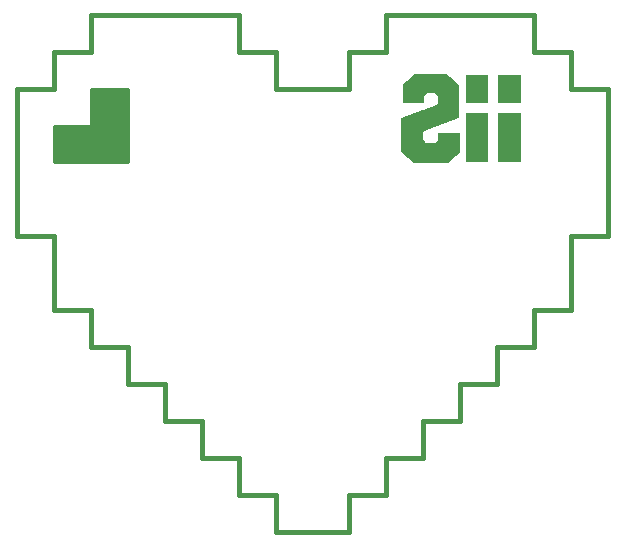
<source format=gbo>
G75*
%MOIN*%
%OFA0B0*%
%FSLAX25Y25*%
%IPPOS*%
%LPD*%
%AMOC8*
5,1,8,0,0,1.08239X$1,22.5*
%
%ADD10C,0.01600*%
%ADD11C,0.00100*%
%ADD12C,0.01000*%
D10*
X0075619Y0051013D02*
X0075619Y0063316D01*
X0063316Y0063316D01*
X0063316Y0075619D01*
X0051013Y0075619D01*
X0051013Y0087922D01*
X0038709Y0087922D01*
X0038709Y0112528D01*
X0026406Y0112528D01*
X0026406Y0161741D01*
X0038709Y0161741D01*
X0038709Y0174044D01*
X0051013Y0174044D01*
X0051013Y0186347D01*
X0100225Y0186347D01*
X0100225Y0174044D01*
X0112528Y0174044D01*
X0112528Y0161741D01*
X0137135Y0161741D01*
X0137135Y0174044D01*
X0149438Y0174044D01*
X0149438Y0186347D01*
X0198650Y0186347D01*
X0198650Y0174044D01*
X0210954Y0174044D01*
X0210954Y0161741D01*
X0223257Y0161741D01*
X0223257Y0112528D01*
X0210954Y0112528D01*
X0210954Y0087922D01*
X0198650Y0087922D01*
X0198650Y0075619D01*
X0186347Y0075619D01*
X0186347Y0063316D01*
X0174044Y0063316D01*
X0174044Y0051013D01*
X0161741Y0051013D01*
X0161741Y0038709D01*
X0149438Y0038709D01*
X0149438Y0026406D01*
X0137135Y0026406D01*
X0137135Y0014103D01*
X0112528Y0014103D01*
X0112528Y0026406D01*
X0100225Y0026406D01*
X0100225Y0038709D01*
X0087922Y0038709D01*
X0087922Y0051013D01*
X0075619Y0051013D01*
D11*
X0154475Y0140837D02*
X0158647Y0137148D01*
X0169551Y0137148D01*
X0173623Y0140773D01*
X0173623Y0146421D01*
X0173604Y0146694D01*
X0173586Y0146840D01*
X0166681Y0146840D01*
X0166681Y0144745D01*
X0165616Y0143515D01*
X0162427Y0143515D01*
X0161453Y0144572D01*
X0161453Y0147596D01*
X0162746Y0148388D01*
X0165242Y0149372D01*
X0168913Y0150766D01*
X0173213Y0152451D01*
X0173213Y0162991D01*
X0169214Y0166598D01*
X0158793Y0166598D01*
X0154839Y0163036D01*
X0154839Y0157744D01*
X0154858Y0157489D01*
X0154876Y0157325D01*
X0161580Y0157325D01*
X0161580Y0159456D01*
X0162619Y0160540D01*
X0165534Y0160540D01*
X0166517Y0159538D01*
X0166517Y0156714D01*
X0165297Y0155976D01*
X0162500Y0154974D01*
X0173213Y0154974D01*
X0173213Y0154876D02*
X0162225Y0154876D01*
X0161951Y0154777D02*
X0173213Y0154777D01*
X0173213Y0154679D02*
X0161677Y0154679D01*
X0161402Y0154580D02*
X0173213Y0154580D01*
X0173213Y0154482D02*
X0161128Y0154482D01*
X0160854Y0154383D02*
X0173213Y0154383D01*
X0173213Y0154285D02*
X0160579Y0154285D01*
X0160305Y0154186D02*
X0173213Y0154186D01*
X0173213Y0154088D02*
X0160030Y0154088D01*
X0159756Y0153989D02*
X0173213Y0153989D01*
X0173213Y0153891D02*
X0159482Y0153891D01*
X0159207Y0153792D02*
X0173213Y0153792D01*
X0173213Y0153694D02*
X0158933Y0153694D01*
X0158720Y0153617D02*
X0162500Y0154974D01*
X0162775Y0155073D02*
X0173213Y0155073D01*
X0173213Y0155171D02*
X0163050Y0155171D01*
X0163325Y0155270D02*
X0173213Y0155270D01*
X0173213Y0155368D02*
X0163600Y0155368D01*
X0163874Y0155467D02*
X0173213Y0155467D01*
X0173213Y0155565D02*
X0164149Y0155565D01*
X0164424Y0155664D02*
X0173213Y0155664D01*
X0173213Y0155762D02*
X0164699Y0155762D01*
X0164974Y0155861D02*
X0173213Y0155861D01*
X0173213Y0155959D02*
X0165249Y0155959D01*
X0165431Y0156058D02*
X0173213Y0156058D01*
X0173213Y0156156D02*
X0165594Y0156156D01*
X0165757Y0156255D02*
X0173213Y0156255D01*
X0173213Y0156353D02*
X0165920Y0156353D01*
X0166083Y0156452D02*
X0173213Y0156452D01*
X0173213Y0156551D02*
X0166246Y0156551D01*
X0166409Y0156649D02*
X0173213Y0156649D01*
X0173213Y0156748D02*
X0166517Y0156748D01*
X0166517Y0156846D02*
X0173213Y0156846D01*
X0173213Y0156945D02*
X0166517Y0156945D01*
X0166517Y0157043D02*
X0173213Y0157043D01*
X0173213Y0157142D02*
X0166517Y0157142D01*
X0166517Y0157240D02*
X0173213Y0157240D01*
X0173213Y0157339D02*
X0166517Y0157339D01*
X0166517Y0157437D02*
X0173213Y0157437D01*
X0173213Y0157536D02*
X0166517Y0157536D01*
X0166517Y0157634D02*
X0173213Y0157634D01*
X0173213Y0157733D02*
X0166517Y0157733D01*
X0166517Y0157831D02*
X0173213Y0157831D01*
X0173213Y0157930D02*
X0166517Y0157930D01*
X0166517Y0158028D02*
X0173213Y0158028D01*
X0173213Y0158127D02*
X0166517Y0158127D01*
X0166517Y0158225D02*
X0173213Y0158225D01*
X0173213Y0158324D02*
X0166517Y0158324D01*
X0166517Y0158422D02*
X0173213Y0158422D01*
X0173213Y0158521D02*
X0166517Y0158521D01*
X0166517Y0158619D02*
X0173213Y0158619D01*
X0173213Y0158718D02*
X0166517Y0158718D01*
X0166517Y0158816D02*
X0173213Y0158816D01*
X0173213Y0158915D02*
X0166517Y0158915D01*
X0166517Y0159013D02*
X0173213Y0159013D01*
X0173213Y0159112D02*
X0166517Y0159112D01*
X0166517Y0159210D02*
X0173213Y0159210D01*
X0173213Y0159309D02*
X0166517Y0159309D01*
X0166517Y0159407D02*
X0173213Y0159407D01*
X0173213Y0159506D02*
X0166517Y0159506D01*
X0166452Y0159604D02*
X0173213Y0159604D01*
X0173213Y0159703D02*
X0166356Y0159703D01*
X0166259Y0159801D02*
X0173213Y0159801D01*
X0173213Y0159900D02*
X0166162Y0159900D01*
X0166065Y0159998D02*
X0173213Y0159998D01*
X0173213Y0160097D02*
X0165969Y0160097D01*
X0165872Y0160195D02*
X0173213Y0160195D01*
X0173213Y0160294D02*
X0165775Y0160294D01*
X0165679Y0160392D02*
X0173213Y0160392D01*
X0173213Y0160491D02*
X0165582Y0160491D01*
X0162571Y0160491D02*
X0154839Y0160491D01*
X0154839Y0160589D02*
X0173213Y0160589D01*
X0173213Y0160688D02*
X0154839Y0160688D01*
X0154839Y0160787D02*
X0173213Y0160787D01*
X0173213Y0160885D02*
X0154839Y0160885D01*
X0154839Y0160984D02*
X0173213Y0160984D01*
X0173213Y0161082D02*
X0154839Y0161082D01*
X0154839Y0161181D02*
X0173213Y0161181D01*
X0173213Y0161279D02*
X0154839Y0161279D01*
X0154839Y0161378D02*
X0173213Y0161378D01*
X0173213Y0161476D02*
X0154839Y0161476D01*
X0154839Y0161575D02*
X0173213Y0161575D01*
X0173213Y0161673D02*
X0154839Y0161673D01*
X0154839Y0161772D02*
X0173213Y0161772D01*
X0173213Y0161870D02*
X0154839Y0161870D01*
X0154839Y0161969D02*
X0173213Y0161969D01*
X0173213Y0162067D02*
X0154839Y0162067D01*
X0154839Y0162166D02*
X0173213Y0162166D01*
X0173213Y0162264D02*
X0154839Y0162264D01*
X0154839Y0162363D02*
X0173213Y0162363D01*
X0173213Y0162461D02*
X0154839Y0162461D01*
X0154839Y0162560D02*
X0173213Y0162560D01*
X0173213Y0162658D02*
X0154839Y0162658D01*
X0154839Y0162757D02*
X0173213Y0162757D01*
X0173213Y0162855D02*
X0154839Y0162855D01*
X0154839Y0162954D02*
X0173213Y0162954D01*
X0173144Y0163052D02*
X0154857Y0163052D01*
X0154967Y0163151D02*
X0173035Y0163151D01*
X0172926Y0163249D02*
X0155076Y0163249D01*
X0155185Y0163348D02*
X0172817Y0163348D01*
X0172707Y0163446D02*
X0155295Y0163446D01*
X0155404Y0163545D02*
X0172598Y0163545D01*
X0172489Y0163643D02*
X0155513Y0163643D01*
X0155623Y0163742D02*
X0172380Y0163742D01*
X0172271Y0163840D02*
X0155732Y0163840D01*
X0155841Y0163939D02*
X0172161Y0163939D01*
X0172052Y0164037D02*
X0155951Y0164037D01*
X0156060Y0164136D02*
X0171943Y0164136D01*
X0171834Y0164234D02*
X0156169Y0164234D01*
X0156279Y0164333D02*
X0171725Y0164333D01*
X0171615Y0164431D02*
X0156388Y0164431D01*
X0156497Y0164530D02*
X0171506Y0164530D01*
X0171397Y0164628D02*
X0156607Y0164628D01*
X0156716Y0164727D02*
X0171288Y0164727D01*
X0171178Y0164825D02*
X0156825Y0164825D01*
X0156935Y0164924D02*
X0171069Y0164924D01*
X0170960Y0165022D02*
X0157044Y0165022D01*
X0157153Y0165121D02*
X0170851Y0165121D01*
X0170742Y0165220D02*
X0157263Y0165220D01*
X0157372Y0165318D02*
X0170632Y0165318D01*
X0170523Y0165417D02*
X0157481Y0165417D01*
X0157591Y0165515D02*
X0170414Y0165515D01*
X0170305Y0165614D02*
X0157700Y0165614D01*
X0157810Y0165712D02*
X0170196Y0165712D01*
X0170086Y0165811D02*
X0157919Y0165811D01*
X0158028Y0165909D02*
X0169977Y0165909D01*
X0169868Y0166008D02*
X0158138Y0166008D01*
X0158247Y0166106D02*
X0169759Y0166106D01*
X0169650Y0166205D02*
X0158356Y0166205D01*
X0158466Y0166303D02*
X0169540Y0166303D01*
X0169431Y0166402D02*
X0158575Y0166402D01*
X0158684Y0166500D02*
X0169322Y0166500D01*
X0175809Y0166352D02*
X0183023Y0166352D01*
X0183023Y0157316D01*
X0175809Y0157316D01*
X0175809Y0166352D01*
X0175809Y0166303D02*
X0183023Y0166303D01*
X0183023Y0166205D02*
X0175809Y0166205D01*
X0175809Y0166106D02*
X0183023Y0166106D01*
X0183023Y0166008D02*
X0175809Y0166008D01*
X0175809Y0165909D02*
X0183023Y0165909D01*
X0183023Y0165811D02*
X0175809Y0165811D01*
X0175809Y0165712D02*
X0183023Y0165712D01*
X0183023Y0165614D02*
X0175809Y0165614D01*
X0175809Y0165515D02*
X0183023Y0165515D01*
X0183023Y0165417D02*
X0175809Y0165417D01*
X0175809Y0165318D02*
X0183023Y0165318D01*
X0183023Y0165220D02*
X0175809Y0165220D01*
X0175809Y0165121D02*
X0183023Y0165121D01*
X0183023Y0165022D02*
X0175809Y0165022D01*
X0175809Y0164924D02*
X0183023Y0164924D01*
X0183023Y0164825D02*
X0175809Y0164825D01*
X0175809Y0164727D02*
X0183023Y0164727D01*
X0183023Y0164628D02*
X0175809Y0164628D01*
X0175809Y0164530D02*
X0183023Y0164530D01*
X0183023Y0164431D02*
X0175809Y0164431D01*
X0175809Y0164333D02*
X0183023Y0164333D01*
X0183023Y0164234D02*
X0175809Y0164234D01*
X0175809Y0164136D02*
X0183023Y0164136D01*
X0183023Y0164037D02*
X0175809Y0164037D01*
X0175809Y0163939D02*
X0183023Y0163939D01*
X0183023Y0163840D02*
X0175809Y0163840D01*
X0175809Y0163742D02*
X0183023Y0163742D01*
X0183023Y0163643D02*
X0175809Y0163643D01*
X0175809Y0163545D02*
X0183023Y0163545D01*
X0183023Y0163446D02*
X0175809Y0163446D01*
X0175809Y0163348D02*
X0183023Y0163348D01*
X0183023Y0163249D02*
X0175809Y0163249D01*
X0175809Y0163151D02*
X0183023Y0163151D01*
X0183023Y0163052D02*
X0175809Y0163052D01*
X0175809Y0162954D02*
X0183023Y0162954D01*
X0183023Y0162855D02*
X0175809Y0162855D01*
X0175809Y0162757D02*
X0183023Y0162757D01*
X0183023Y0162658D02*
X0175809Y0162658D01*
X0175809Y0162560D02*
X0183023Y0162560D01*
X0183023Y0162461D02*
X0175809Y0162461D01*
X0175809Y0162363D02*
X0183023Y0162363D01*
X0183023Y0162264D02*
X0175809Y0162264D01*
X0175809Y0162166D02*
X0183023Y0162166D01*
X0183023Y0162067D02*
X0175809Y0162067D01*
X0175809Y0161969D02*
X0183023Y0161969D01*
X0183023Y0161870D02*
X0175809Y0161870D01*
X0175809Y0161772D02*
X0183023Y0161772D01*
X0183023Y0161673D02*
X0175809Y0161673D01*
X0175809Y0161575D02*
X0183023Y0161575D01*
X0183023Y0161476D02*
X0175809Y0161476D01*
X0175809Y0161378D02*
X0183023Y0161378D01*
X0183023Y0161279D02*
X0175809Y0161279D01*
X0175809Y0161181D02*
X0183023Y0161181D01*
X0183023Y0161082D02*
X0175809Y0161082D01*
X0175809Y0160984D02*
X0183023Y0160984D01*
X0183023Y0160885D02*
X0175809Y0160885D01*
X0175809Y0160787D02*
X0183023Y0160787D01*
X0183023Y0160688D02*
X0175809Y0160688D01*
X0175809Y0160589D02*
X0183023Y0160589D01*
X0183023Y0160491D02*
X0175809Y0160491D01*
X0175809Y0160392D02*
X0183023Y0160392D01*
X0183023Y0160294D02*
X0175809Y0160294D01*
X0175809Y0160195D02*
X0183023Y0160195D01*
X0183023Y0160097D02*
X0175809Y0160097D01*
X0175809Y0159998D02*
X0183023Y0159998D01*
X0183023Y0159900D02*
X0175809Y0159900D01*
X0175809Y0159801D02*
X0183023Y0159801D01*
X0183023Y0159703D02*
X0175809Y0159703D01*
X0175809Y0159604D02*
X0183023Y0159604D01*
X0183023Y0159506D02*
X0175809Y0159506D01*
X0175809Y0159407D02*
X0183023Y0159407D01*
X0183023Y0159309D02*
X0175809Y0159309D01*
X0175809Y0159210D02*
X0183023Y0159210D01*
X0183023Y0159112D02*
X0175809Y0159112D01*
X0175809Y0159013D02*
X0183023Y0159013D01*
X0183023Y0158915D02*
X0175809Y0158915D01*
X0175809Y0158816D02*
X0183023Y0158816D01*
X0183023Y0158718D02*
X0175809Y0158718D01*
X0175809Y0158619D02*
X0183023Y0158619D01*
X0183023Y0158521D02*
X0175809Y0158521D01*
X0175809Y0158422D02*
X0183023Y0158422D01*
X0183023Y0158324D02*
X0175809Y0158324D01*
X0175809Y0158225D02*
X0183023Y0158225D01*
X0183023Y0158127D02*
X0175809Y0158127D01*
X0175809Y0158028D02*
X0183023Y0158028D01*
X0183023Y0157930D02*
X0175809Y0157930D01*
X0175809Y0157831D02*
X0183023Y0157831D01*
X0183023Y0157733D02*
X0175809Y0157733D01*
X0175809Y0157634D02*
X0183023Y0157634D01*
X0183023Y0157536D02*
X0175809Y0157536D01*
X0175809Y0157437D02*
X0183023Y0157437D01*
X0183023Y0157339D02*
X0175809Y0157339D01*
X0175809Y0153708D02*
X0183023Y0153708D01*
X0183023Y0137457D01*
X0175809Y0137457D01*
X0175809Y0153708D01*
X0175809Y0153694D02*
X0183023Y0153694D01*
X0183023Y0153595D02*
X0175809Y0153595D01*
X0175809Y0153497D02*
X0183023Y0153497D01*
X0183023Y0153398D02*
X0175809Y0153398D01*
X0175809Y0153300D02*
X0183023Y0153300D01*
X0183023Y0153201D02*
X0175809Y0153201D01*
X0175809Y0153103D02*
X0183023Y0153103D01*
X0183023Y0153004D02*
X0175809Y0153004D01*
X0175809Y0152906D02*
X0183023Y0152906D01*
X0183023Y0152807D02*
X0175809Y0152807D01*
X0175809Y0152709D02*
X0183023Y0152709D01*
X0183023Y0152610D02*
X0175809Y0152610D01*
X0175809Y0152512D02*
X0183023Y0152512D01*
X0183023Y0152413D02*
X0175809Y0152413D01*
X0175809Y0152315D02*
X0183023Y0152315D01*
X0183023Y0152216D02*
X0175809Y0152216D01*
X0175809Y0152118D02*
X0183023Y0152118D01*
X0183023Y0152019D02*
X0175809Y0152019D01*
X0175809Y0151920D02*
X0183023Y0151920D01*
X0183023Y0151822D02*
X0175809Y0151822D01*
X0175809Y0151723D02*
X0183023Y0151723D01*
X0183023Y0151625D02*
X0175809Y0151625D01*
X0175809Y0151526D02*
X0183023Y0151526D01*
X0183023Y0151428D02*
X0175809Y0151428D01*
X0175809Y0151329D02*
X0183023Y0151329D01*
X0183023Y0151231D02*
X0175809Y0151231D01*
X0175809Y0151132D02*
X0183023Y0151132D01*
X0183023Y0151034D02*
X0175809Y0151034D01*
X0175809Y0150935D02*
X0183023Y0150935D01*
X0183023Y0150837D02*
X0175809Y0150837D01*
X0175809Y0150738D02*
X0183023Y0150738D01*
X0183023Y0150640D02*
X0175809Y0150640D01*
X0175809Y0150541D02*
X0183023Y0150541D01*
X0183023Y0150443D02*
X0175809Y0150443D01*
X0175809Y0150344D02*
X0183023Y0150344D01*
X0183023Y0150246D02*
X0175809Y0150246D01*
X0175809Y0150147D02*
X0183023Y0150147D01*
X0183023Y0150049D02*
X0175809Y0150049D01*
X0175809Y0149950D02*
X0183023Y0149950D01*
X0183023Y0149852D02*
X0175809Y0149852D01*
X0175809Y0149753D02*
X0183023Y0149753D01*
X0183023Y0149655D02*
X0175809Y0149655D01*
X0175809Y0149556D02*
X0183023Y0149556D01*
X0183023Y0149458D02*
X0175809Y0149458D01*
X0175809Y0149359D02*
X0183023Y0149359D01*
X0183023Y0149261D02*
X0175809Y0149261D01*
X0175809Y0149162D02*
X0183023Y0149162D01*
X0183023Y0149064D02*
X0175809Y0149064D01*
X0175809Y0148965D02*
X0183023Y0148965D01*
X0183023Y0148867D02*
X0175809Y0148867D01*
X0175809Y0148768D02*
X0183023Y0148768D01*
X0183023Y0148670D02*
X0175809Y0148670D01*
X0175809Y0148571D02*
X0183023Y0148571D01*
X0183023Y0148473D02*
X0175809Y0148473D01*
X0175809Y0148374D02*
X0183023Y0148374D01*
X0183023Y0148276D02*
X0175809Y0148276D01*
X0175809Y0148177D02*
X0183023Y0148177D01*
X0183023Y0148079D02*
X0175809Y0148079D01*
X0175809Y0147980D02*
X0183023Y0147980D01*
X0183023Y0147882D02*
X0175809Y0147882D01*
X0175809Y0147783D02*
X0183023Y0147783D01*
X0183023Y0147684D02*
X0175809Y0147684D01*
X0175809Y0147586D02*
X0183023Y0147586D01*
X0183023Y0147487D02*
X0175809Y0147487D01*
X0175809Y0147389D02*
X0183023Y0147389D01*
X0183023Y0147290D02*
X0175809Y0147290D01*
X0175809Y0147192D02*
X0183023Y0147192D01*
X0183023Y0147093D02*
X0175809Y0147093D01*
X0175809Y0146995D02*
X0183023Y0146995D01*
X0183023Y0146896D02*
X0175809Y0146896D01*
X0175809Y0146798D02*
X0183023Y0146798D01*
X0183023Y0146699D02*
X0175809Y0146699D01*
X0175809Y0146601D02*
X0183023Y0146601D01*
X0183023Y0146502D02*
X0175809Y0146502D01*
X0175809Y0146404D02*
X0183023Y0146404D01*
X0183023Y0146305D02*
X0175809Y0146305D01*
X0175809Y0146207D02*
X0183023Y0146207D01*
X0183023Y0146108D02*
X0175809Y0146108D01*
X0175809Y0146010D02*
X0183023Y0146010D01*
X0183023Y0145911D02*
X0175809Y0145911D01*
X0175809Y0145813D02*
X0183023Y0145813D01*
X0183023Y0145714D02*
X0175809Y0145714D01*
X0175809Y0145616D02*
X0183023Y0145616D01*
X0183023Y0145517D02*
X0175809Y0145517D01*
X0175809Y0145419D02*
X0183023Y0145419D01*
X0183023Y0145320D02*
X0175809Y0145320D01*
X0175809Y0145222D02*
X0183023Y0145222D01*
X0183023Y0145123D02*
X0175809Y0145123D01*
X0175809Y0145025D02*
X0183023Y0145025D01*
X0183023Y0144926D02*
X0175809Y0144926D01*
X0175809Y0144828D02*
X0183023Y0144828D01*
X0183023Y0144729D02*
X0175809Y0144729D01*
X0175809Y0144631D02*
X0183023Y0144631D01*
X0183023Y0144532D02*
X0175809Y0144532D01*
X0175809Y0144434D02*
X0183023Y0144434D01*
X0183023Y0144335D02*
X0175809Y0144335D01*
X0175809Y0144237D02*
X0183023Y0144237D01*
X0183023Y0144138D02*
X0175809Y0144138D01*
X0175809Y0144040D02*
X0183023Y0144040D01*
X0183023Y0143941D02*
X0175809Y0143941D01*
X0175809Y0143843D02*
X0183023Y0143843D01*
X0183023Y0143744D02*
X0175809Y0143744D01*
X0175809Y0143646D02*
X0183023Y0143646D01*
X0183023Y0143547D02*
X0175809Y0143547D01*
X0175809Y0143449D02*
X0183023Y0143449D01*
X0183023Y0143350D02*
X0175809Y0143350D01*
X0175809Y0143251D02*
X0183023Y0143251D01*
X0183023Y0143153D02*
X0175809Y0143153D01*
X0175809Y0143054D02*
X0183023Y0143054D01*
X0183023Y0142956D02*
X0175809Y0142956D01*
X0175809Y0142857D02*
X0183023Y0142857D01*
X0183023Y0142759D02*
X0175809Y0142759D01*
X0175809Y0142660D02*
X0183023Y0142660D01*
X0183023Y0142562D02*
X0175809Y0142562D01*
X0175809Y0142463D02*
X0183023Y0142463D01*
X0183023Y0142365D02*
X0175809Y0142365D01*
X0175809Y0142266D02*
X0183023Y0142266D01*
X0183023Y0142168D02*
X0175809Y0142168D01*
X0175809Y0142069D02*
X0183023Y0142069D01*
X0183023Y0141971D02*
X0175809Y0141971D01*
X0175809Y0141872D02*
X0183023Y0141872D01*
X0183023Y0141774D02*
X0175809Y0141774D01*
X0175809Y0141675D02*
X0183023Y0141675D01*
X0183023Y0141577D02*
X0175809Y0141577D01*
X0175809Y0141478D02*
X0183023Y0141478D01*
X0183023Y0141380D02*
X0175809Y0141380D01*
X0175809Y0141281D02*
X0183023Y0141281D01*
X0183023Y0141183D02*
X0175809Y0141183D01*
X0175809Y0141084D02*
X0183023Y0141084D01*
X0183023Y0140986D02*
X0175809Y0140986D01*
X0175809Y0140887D02*
X0183023Y0140887D01*
X0183023Y0140789D02*
X0175809Y0140789D01*
X0175809Y0140690D02*
X0183023Y0140690D01*
X0183023Y0140592D02*
X0175809Y0140592D01*
X0175809Y0140493D02*
X0183023Y0140493D01*
X0183023Y0140395D02*
X0175809Y0140395D01*
X0175809Y0140296D02*
X0183023Y0140296D01*
X0183023Y0140198D02*
X0175809Y0140198D01*
X0175809Y0140099D02*
X0183023Y0140099D01*
X0183023Y0140001D02*
X0175809Y0140001D01*
X0175809Y0139902D02*
X0183023Y0139902D01*
X0183023Y0139804D02*
X0175809Y0139804D01*
X0175809Y0139705D02*
X0183023Y0139705D01*
X0183023Y0139607D02*
X0175809Y0139607D01*
X0175809Y0139508D02*
X0183023Y0139508D01*
X0183023Y0139410D02*
X0175809Y0139410D01*
X0175809Y0139311D02*
X0183023Y0139311D01*
X0183023Y0139213D02*
X0175809Y0139213D01*
X0175809Y0139114D02*
X0183023Y0139114D01*
X0183023Y0139016D02*
X0175809Y0139016D01*
X0175809Y0138917D02*
X0183023Y0138917D01*
X0183023Y0138818D02*
X0175809Y0138818D01*
X0175809Y0138720D02*
X0183023Y0138720D01*
X0183023Y0138621D02*
X0175809Y0138621D01*
X0175809Y0138523D02*
X0183023Y0138523D01*
X0183023Y0138424D02*
X0175809Y0138424D01*
X0175809Y0138326D02*
X0183023Y0138326D01*
X0183023Y0138227D02*
X0175809Y0138227D01*
X0175809Y0138129D02*
X0183023Y0138129D01*
X0183023Y0138030D02*
X0175809Y0138030D01*
X0175809Y0137932D02*
X0183023Y0137932D01*
X0183023Y0137833D02*
X0175809Y0137833D01*
X0175809Y0137735D02*
X0183023Y0137735D01*
X0183023Y0137636D02*
X0175809Y0137636D01*
X0175809Y0137538D02*
X0183023Y0137538D01*
X0186630Y0137538D02*
X0193845Y0137538D01*
X0193845Y0137457D02*
X0193845Y0153708D01*
X0186630Y0153708D01*
X0186630Y0137457D01*
X0193845Y0137457D01*
X0193845Y0137636D02*
X0186630Y0137636D01*
X0186630Y0137735D02*
X0193845Y0137735D01*
X0193845Y0137833D02*
X0186630Y0137833D01*
X0186630Y0137932D02*
X0193845Y0137932D01*
X0193845Y0138030D02*
X0186630Y0138030D01*
X0186630Y0138129D02*
X0193845Y0138129D01*
X0193845Y0138227D02*
X0186630Y0138227D01*
X0186630Y0138326D02*
X0193845Y0138326D01*
X0193845Y0138424D02*
X0186630Y0138424D01*
X0186630Y0138523D02*
X0193845Y0138523D01*
X0193845Y0138621D02*
X0186630Y0138621D01*
X0186630Y0138720D02*
X0193845Y0138720D01*
X0193845Y0138818D02*
X0186630Y0138818D01*
X0186630Y0138917D02*
X0193845Y0138917D01*
X0193845Y0139016D02*
X0186630Y0139016D01*
X0186630Y0139114D02*
X0193845Y0139114D01*
X0193845Y0139213D02*
X0186630Y0139213D01*
X0186630Y0139311D02*
X0193845Y0139311D01*
X0193845Y0139410D02*
X0186630Y0139410D01*
X0186630Y0139508D02*
X0193845Y0139508D01*
X0193845Y0139607D02*
X0186630Y0139607D01*
X0186630Y0139705D02*
X0193845Y0139705D01*
X0193845Y0139804D02*
X0186630Y0139804D01*
X0186630Y0139902D02*
X0193845Y0139902D01*
X0193845Y0140001D02*
X0186630Y0140001D01*
X0186630Y0140099D02*
X0193845Y0140099D01*
X0193845Y0140198D02*
X0186630Y0140198D01*
X0186630Y0140296D02*
X0193845Y0140296D01*
X0193845Y0140395D02*
X0186630Y0140395D01*
X0186630Y0140493D02*
X0193845Y0140493D01*
X0193845Y0140592D02*
X0186630Y0140592D01*
X0186630Y0140690D02*
X0193845Y0140690D01*
X0193845Y0140789D02*
X0186630Y0140789D01*
X0186630Y0140887D02*
X0193845Y0140887D01*
X0193845Y0140986D02*
X0186630Y0140986D01*
X0186630Y0141084D02*
X0193845Y0141084D01*
X0193845Y0141183D02*
X0186630Y0141183D01*
X0186630Y0141281D02*
X0193845Y0141281D01*
X0193845Y0141380D02*
X0186630Y0141380D01*
X0186630Y0141478D02*
X0193845Y0141478D01*
X0193845Y0141577D02*
X0186630Y0141577D01*
X0186630Y0141675D02*
X0193845Y0141675D01*
X0193845Y0141774D02*
X0186630Y0141774D01*
X0186630Y0141872D02*
X0193845Y0141872D01*
X0193845Y0141971D02*
X0186630Y0141971D01*
X0186630Y0142069D02*
X0193845Y0142069D01*
X0193845Y0142168D02*
X0186630Y0142168D01*
X0186630Y0142266D02*
X0193845Y0142266D01*
X0193845Y0142365D02*
X0186630Y0142365D01*
X0186630Y0142463D02*
X0193845Y0142463D01*
X0193845Y0142562D02*
X0186630Y0142562D01*
X0186630Y0142660D02*
X0193845Y0142660D01*
X0193845Y0142759D02*
X0186630Y0142759D01*
X0186630Y0142857D02*
X0193845Y0142857D01*
X0193845Y0142956D02*
X0186630Y0142956D01*
X0186630Y0143054D02*
X0193845Y0143054D01*
X0193845Y0143153D02*
X0186630Y0143153D01*
X0186630Y0143251D02*
X0193845Y0143251D01*
X0193845Y0143350D02*
X0186630Y0143350D01*
X0186630Y0143449D02*
X0193845Y0143449D01*
X0193845Y0143547D02*
X0186630Y0143547D01*
X0186630Y0143646D02*
X0193845Y0143646D01*
X0193845Y0143744D02*
X0186630Y0143744D01*
X0186630Y0143843D02*
X0193845Y0143843D01*
X0193845Y0143941D02*
X0186630Y0143941D01*
X0186630Y0144040D02*
X0193845Y0144040D01*
X0193845Y0144138D02*
X0186630Y0144138D01*
X0186630Y0144237D02*
X0193845Y0144237D01*
X0193845Y0144335D02*
X0186630Y0144335D01*
X0186630Y0144434D02*
X0193845Y0144434D01*
X0193845Y0144532D02*
X0186630Y0144532D01*
X0186630Y0144631D02*
X0193845Y0144631D01*
X0193845Y0144729D02*
X0186630Y0144729D01*
X0186630Y0144828D02*
X0193845Y0144828D01*
X0193845Y0144926D02*
X0186630Y0144926D01*
X0186630Y0145025D02*
X0193845Y0145025D01*
X0193845Y0145123D02*
X0186630Y0145123D01*
X0186630Y0145222D02*
X0193845Y0145222D01*
X0193845Y0145320D02*
X0186630Y0145320D01*
X0186630Y0145419D02*
X0193845Y0145419D01*
X0193845Y0145517D02*
X0186630Y0145517D01*
X0186630Y0145616D02*
X0193845Y0145616D01*
X0193845Y0145714D02*
X0186630Y0145714D01*
X0186630Y0145813D02*
X0193845Y0145813D01*
X0193845Y0145911D02*
X0186630Y0145911D01*
X0186630Y0146010D02*
X0193845Y0146010D01*
X0193845Y0146108D02*
X0186630Y0146108D01*
X0186630Y0146207D02*
X0193845Y0146207D01*
X0193845Y0146305D02*
X0186630Y0146305D01*
X0186630Y0146404D02*
X0193845Y0146404D01*
X0193845Y0146502D02*
X0186630Y0146502D01*
X0186630Y0146601D02*
X0193845Y0146601D01*
X0193845Y0146699D02*
X0186630Y0146699D01*
X0186630Y0146798D02*
X0193845Y0146798D01*
X0193845Y0146896D02*
X0186630Y0146896D01*
X0186630Y0146995D02*
X0193845Y0146995D01*
X0193845Y0147093D02*
X0186630Y0147093D01*
X0186630Y0147192D02*
X0193845Y0147192D01*
X0193845Y0147290D02*
X0186630Y0147290D01*
X0186630Y0147389D02*
X0193845Y0147389D01*
X0193845Y0147487D02*
X0186630Y0147487D01*
X0186630Y0147586D02*
X0193845Y0147586D01*
X0193845Y0147684D02*
X0186630Y0147684D01*
X0186630Y0147783D02*
X0193845Y0147783D01*
X0193845Y0147882D02*
X0186630Y0147882D01*
X0186630Y0147980D02*
X0193845Y0147980D01*
X0193845Y0148079D02*
X0186630Y0148079D01*
X0186630Y0148177D02*
X0193845Y0148177D01*
X0193845Y0148276D02*
X0186630Y0148276D01*
X0186630Y0148374D02*
X0193845Y0148374D01*
X0193845Y0148473D02*
X0186630Y0148473D01*
X0186630Y0148571D02*
X0193845Y0148571D01*
X0193845Y0148670D02*
X0186630Y0148670D01*
X0186630Y0148768D02*
X0193845Y0148768D01*
X0193845Y0148867D02*
X0186630Y0148867D01*
X0186630Y0148965D02*
X0193845Y0148965D01*
X0193845Y0149064D02*
X0186630Y0149064D01*
X0186630Y0149162D02*
X0193845Y0149162D01*
X0193845Y0149261D02*
X0186630Y0149261D01*
X0186630Y0149359D02*
X0193845Y0149359D01*
X0193845Y0149458D02*
X0186630Y0149458D01*
X0186630Y0149556D02*
X0193845Y0149556D01*
X0193845Y0149655D02*
X0186630Y0149655D01*
X0186630Y0149753D02*
X0193845Y0149753D01*
X0193845Y0149852D02*
X0186630Y0149852D01*
X0186630Y0149950D02*
X0193845Y0149950D01*
X0193845Y0150049D02*
X0186630Y0150049D01*
X0186630Y0150147D02*
X0193845Y0150147D01*
X0193845Y0150246D02*
X0186630Y0150246D01*
X0186630Y0150344D02*
X0193845Y0150344D01*
X0193845Y0150443D02*
X0186630Y0150443D01*
X0186630Y0150541D02*
X0193845Y0150541D01*
X0193845Y0150640D02*
X0186630Y0150640D01*
X0186630Y0150738D02*
X0193845Y0150738D01*
X0193845Y0150837D02*
X0186630Y0150837D01*
X0186630Y0150935D02*
X0193845Y0150935D01*
X0193845Y0151034D02*
X0186630Y0151034D01*
X0186630Y0151132D02*
X0193845Y0151132D01*
X0193845Y0151231D02*
X0186630Y0151231D01*
X0186630Y0151329D02*
X0193845Y0151329D01*
X0193845Y0151428D02*
X0186630Y0151428D01*
X0186630Y0151526D02*
X0193845Y0151526D01*
X0193845Y0151625D02*
X0186630Y0151625D01*
X0186630Y0151723D02*
X0193845Y0151723D01*
X0193845Y0151822D02*
X0186630Y0151822D01*
X0186630Y0151920D02*
X0193845Y0151920D01*
X0193845Y0152019D02*
X0186630Y0152019D01*
X0186630Y0152118D02*
X0193845Y0152118D01*
X0193845Y0152216D02*
X0186630Y0152216D01*
X0186630Y0152315D02*
X0193845Y0152315D01*
X0193845Y0152413D02*
X0186630Y0152413D01*
X0186630Y0152512D02*
X0193845Y0152512D01*
X0193845Y0152610D02*
X0186630Y0152610D01*
X0186630Y0152709D02*
X0193845Y0152709D01*
X0193845Y0152807D02*
X0186630Y0152807D01*
X0186630Y0152906D02*
X0193845Y0152906D01*
X0193845Y0153004D02*
X0186630Y0153004D01*
X0186630Y0153103D02*
X0193845Y0153103D01*
X0193845Y0153201D02*
X0186630Y0153201D01*
X0186630Y0153300D02*
X0193845Y0153300D01*
X0193845Y0153398D02*
X0186630Y0153398D01*
X0186630Y0153497D02*
X0193845Y0153497D01*
X0193845Y0153595D02*
X0186630Y0153595D01*
X0186630Y0153694D02*
X0193845Y0153694D01*
X0193845Y0157316D02*
X0193845Y0166352D01*
X0186630Y0166352D01*
X0186630Y0157316D01*
X0193845Y0157316D01*
X0193845Y0157339D02*
X0186630Y0157339D01*
X0186630Y0157437D02*
X0193845Y0157437D01*
X0193845Y0157536D02*
X0186630Y0157536D01*
X0186630Y0157634D02*
X0193845Y0157634D01*
X0193845Y0157733D02*
X0186630Y0157733D01*
X0186630Y0157831D02*
X0193845Y0157831D01*
X0193845Y0157930D02*
X0186630Y0157930D01*
X0186630Y0158028D02*
X0193845Y0158028D01*
X0193845Y0158127D02*
X0186630Y0158127D01*
X0186630Y0158225D02*
X0193845Y0158225D01*
X0193845Y0158324D02*
X0186630Y0158324D01*
X0186630Y0158422D02*
X0193845Y0158422D01*
X0193845Y0158521D02*
X0186630Y0158521D01*
X0186630Y0158619D02*
X0193845Y0158619D01*
X0193845Y0158718D02*
X0186630Y0158718D01*
X0186630Y0158816D02*
X0193845Y0158816D01*
X0193845Y0158915D02*
X0186630Y0158915D01*
X0186630Y0159013D02*
X0193845Y0159013D01*
X0193845Y0159112D02*
X0186630Y0159112D01*
X0186630Y0159210D02*
X0193845Y0159210D01*
X0193845Y0159309D02*
X0186630Y0159309D01*
X0186630Y0159407D02*
X0193845Y0159407D01*
X0193845Y0159506D02*
X0186630Y0159506D01*
X0186630Y0159604D02*
X0193845Y0159604D01*
X0193845Y0159703D02*
X0186630Y0159703D01*
X0186630Y0159801D02*
X0193845Y0159801D01*
X0193845Y0159900D02*
X0186630Y0159900D01*
X0186630Y0159998D02*
X0193845Y0159998D01*
X0193845Y0160097D02*
X0186630Y0160097D01*
X0186630Y0160195D02*
X0193845Y0160195D01*
X0193845Y0160294D02*
X0186630Y0160294D01*
X0186630Y0160392D02*
X0193845Y0160392D01*
X0193845Y0160491D02*
X0186630Y0160491D01*
X0186630Y0160589D02*
X0193845Y0160589D01*
X0193845Y0160688D02*
X0186630Y0160688D01*
X0186630Y0160787D02*
X0193845Y0160787D01*
X0193845Y0160885D02*
X0186630Y0160885D01*
X0186630Y0160984D02*
X0193845Y0160984D01*
X0193845Y0161082D02*
X0186630Y0161082D01*
X0186630Y0161181D02*
X0193845Y0161181D01*
X0193845Y0161279D02*
X0186630Y0161279D01*
X0186630Y0161378D02*
X0193845Y0161378D01*
X0193845Y0161476D02*
X0186630Y0161476D01*
X0186630Y0161575D02*
X0193845Y0161575D01*
X0193845Y0161673D02*
X0186630Y0161673D01*
X0186630Y0161772D02*
X0193845Y0161772D01*
X0193845Y0161870D02*
X0186630Y0161870D01*
X0186630Y0161969D02*
X0193845Y0161969D01*
X0193845Y0162067D02*
X0186630Y0162067D01*
X0186630Y0162166D02*
X0193845Y0162166D01*
X0193845Y0162264D02*
X0186630Y0162264D01*
X0186630Y0162363D02*
X0193845Y0162363D01*
X0193845Y0162461D02*
X0186630Y0162461D01*
X0186630Y0162560D02*
X0193845Y0162560D01*
X0193845Y0162658D02*
X0186630Y0162658D01*
X0186630Y0162757D02*
X0193845Y0162757D01*
X0193845Y0162855D02*
X0186630Y0162855D01*
X0186630Y0162954D02*
X0193845Y0162954D01*
X0193845Y0163052D02*
X0186630Y0163052D01*
X0186630Y0163151D02*
X0193845Y0163151D01*
X0193845Y0163249D02*
X0186630Y0163249D01*
X0186630Y0163348D02*
X0193845Y0163348D01*
X0193845Y0163446D02*
X0186630Y0163446D01*
X0186630Y0163545D02*
X0193845Y0163545D01*
X0193845Y0163643D02*
X0186630Y0163643D01*
X0186630Y0163742D02*
X0193845Y0163742D01*
X0193845Y0163840D02*
X0186630Y0163840D01*
X0186630Y0163939D02*
X0193845Y0163939D01*
X0193845Y0164037D02*
X0186630Y0164037D01*
X0186630Y0164136D02*
X0193845Y0164136D01*
X0193845Y0164234D02*
X0186630Y0164234D01*
X0186630Y0164333D02*
X0193845Y0164333D01*
X0193845Y0164431D02*
X0186630Y0164431D01*
X0186630Y0164530D02*
X0193845Y0164530D01*
X0193845Y0164628D02*
X0186630Y0164628D01*
X0186630Y0164727D02*
X0193845Y0164727D01*
X0193845Y0164825D02*
X0186630Y0164825D01*
X0186630Y0164924D02*
X0193845Y0164924D01*
X0193845Y0165022D02*
X0186630Y0165022D01*
X0186630Y0165121D02*
X0193845Y0165121D01*
X0193845Y0165220D02*
X0186630Y0165220D01*
X0186630Y0165318D02*
X0193845Y0165318D01*
X0193845Y0165417D02*
X0186630Y0165417D01*
X0186630Y0165515D02*
X0193845Y0165515D01*
X0193845Y0165614D02*
X0186630Y0165614D01*
X0186630Y0165712D02*
X0193845Y0165712D01*
X0193845Y0165811D02*
X0186630Y0165811D01*
X0186630Y0165909D02*
X0193845Y0165909D01*
X0193845Y0166008D02*
X0186630Y0166008D01*
X0186630Y0166106D02*
X0193845Y0166106D01*
X0193845Y0166205D02*
X0186630Y0166205D01*
X0186630Y0166303D02*
X0193845Y0166303D01*
X0173213Y0153595D02*
X0158666Y0153595D01*
X0158720Y0153617D02*
X0154475Y0151896D01*
X0154475Y0140837D01*
X0154475Y0140887D02*
X0173623Y0140887D01*
X0173623Y0140789D02*
X0154530Y0140789D01*
X0154641Y0140690D02*
X0173529Y0140690D01*
X0173419Y0140592D02*
X0154752Y0140592D01*
X0154864Y0140493D02*
X0173308Y0140493D01*
X0173197Y0140395D02*
X0154975Y0140395D01*
X0155087Y0140296D02*
X0173087Y0140296D01*
X0172976Y0140198D02*
X0155198Y0140198D01*
X0155309Y0140099D02*
X0172866Y0140099D01*
X0172755Y0140001D02*
X0155421Y0140001D01*
X0155532Y0139902D02*
X0172644Y0139902D01*
X0172534Y0139804D02*
X0155644Y0139804D01*
X0155755Y0139705D02*
X0172423Y0139705D01*
X0172312Y0139607D02*
X0155866Y0139607D01*
X0155978Y0139508D02*
X0172202Y0139508D01*
X0172091Y0139410D02*
X0156089Y0139410D01*
X0156201Y0139311D02*
X0171980Y0139311D01*
X0171870Y0139213D02*
X0156312Y0139213D01*
X0156423Y0139114D02*
X0171759Y0139114D01*
X0171648Y0139016D02*
X0156535Y0139016D01*
X0156646Y0138917D02*
X0171538Y0138917D01*
X0171427Y0138818D02*
X0156758Y0138818D01*
X0156869Y0138720D02*
X0171317Y0138720D01*
X0171206Y0138621D02*
X0156980Y0138621D01*
X0157092Y0138523D02*
X0171095Y0138523D01*
X0170985Y0138424D02*
X0157203Y0138424D01*
X0157315Y0138326D02*
X0170874Y0138326D01*
X0170763Y0138227D02*
X0157426Y0138227D01*
X0157537Y0138129D02*
X0170653Y0138129D01*
X0170542Y0138030D02*
X0157649Y0138030D01*
X0157760Y0137932D02*
X0170431Y0137932D01*
X0170321Y0137833D02*
X0157872Y0137833D01*
X0157983Y0137735D02*
X0170210Y0137735D01*
X0170099Y0137636D02*
X0158094Y0137636D01*
X0158206Y0137538D02*
X0169989Y0137538D01*
X0169878Y0137439D02*
X0158317Y0137439D01*
X0158429Y0137341D02*
X0169768Y0137341D01*
X0169657Y0137242D02*
X0158540Y0137242D01*
X0154475Y0140986D02*
X0173623Y0140986D01*
X0173623Y0141084D02*
X0154475Y0141084D01*
X0154475Y0141183D02*
X0173623Y0141183D01*
X0173623Y0141281D02*
X0154475Y0141281D01*
X0154475Y0141380D02*
X0173623Y0141380D01*
X0173623Y0141478D02*
X0154475Y0141478D01*
X0154475Y0141577D02*
X0173623Y0141577D01*
X0173623Y0141675D02*
X0154475Y0141675D01*
X0154475Y0141774D02*
X0173623Y0141774D01*
X0173623Y0141872D02*
X0154475Y0141872D01*
X0154475Y0141971D02*
X0173623Y0141971D01*
X0173623Y0142069D02*
X0154475Y0142069D01*
X0154475Y0142168D02*
X0173623Y0142168D01*
X0173623Y0142266D02*
X0154475Y0142266D01*
X0154475Y0142365D02*
X0173623Y0142365D01*
X0173623Y0142463D02*
X0154475Y0142463D01*
X0154475Y0142562D02*
X0173623Y0142562D01*
X0173623Y0142660D02*
X0154475Y0142660D01*
X0154475Y0142759D02*
X0173623Y0142759D01*
X0173623Y0142857D02*
X0154475Y0142857D01*
X0154475Y0142956D02*
X0173623Y0142956D01*
X0173623Y0143054D02*
X0154475Y0143054D01*
X0154475Y0143153D02*
X0173623Y0143153D01*
X0173623Y0143251D02*
X0154475Y0143251D01*
X0154475Y0143350D02*
X0173623Y0143350D01*
X0173623Y0143449D02*
X0154475Y0143449D01*
X0154475Y0143547D02*
X0162398Y0143547D01*
X0162307Y0143646D02*
X0154475Y0143646D01*
X0154475Y0143744D02*
X0162216Y0143744D01*
X0162125Y0143843D02*
X0154475Y0143843D01*
X0154475Y0143941D02*
X0162034Y0143941D01*
X0161943Y0144040D02*
X0154475Y0144040D01*
X0154475Y0144138D02*
X0161853Y0144138D01*
X0161762Y0144237D02*
X0154475Y0144237D01*
X0154475Y0144335D02*
X0161671Y0144335D01*
X0161580Y0144434D02*
X0154475Y0144434D01*
X0154475Y0144532D02*
X0161489Y0144532D01*
X0161453Y0144631D02*
X0154475Y0144631D01*
X0154475Y0144729D02*
X0161453Y0144729D01*
X0161453Y0144828D02*
X0154475Y0144828D01*
X0154475Y0144926D02*
X0161453Y0144926D01*
X0161453Y0145025D02*
X0154475Y0145025D01*
X0154475Y0145123D02*
X0161453Y0145123D01*
X0161453Y0145222D02*
X0154475Y0145222D01*
X0154475Y0145320D02*
X0161453Y0145320D01*
X0161453Y0145419D02*
X0154475Y0145419D01*
X0154475Y0145517D02*
X0161453Y0145517D01*
X0161453Y0145616D02*
X0154475Y0145616D01*
X0154475Y0145714D02*
X0161453Y0145714D01*
X0161453Y0145813D02*
X0154475Y0145813D01*
X0154475Y0145911D02*
X0161453Y0145911D01*
X0161453Y0146010D02*
X0154475Y0146010D01*
X0154475Y0146108D02*
X0161453Y0146108D01*
X0161453Y0146207D02*
X0154475Y0146207D01*
X0154475Y0146305D02*
X0161453Y0146305D01*
X0161453Y0146404D02*
X0154475Y0146404D01*
X0154475Y0146502D02*
X0161453Y0146502D01*
X0161453Y0146601D02*
X0154475Y0146601D01*
X0154475Y0146699D02*
X0161453Y0146699D01*
X0161453Y0146798D02*
X0154475Y0146798D01*
X0154475Y0146896D02*
X0161453Y0146896D01*
X0161453Y0146995D02*
X0154475Y0146995D01*
X0154475Y0147093D02*
X0161453Y0147093D01*
X0161453Y0147192D02*
X0154475Y0147192D01*
X0154475Y0147290D02*
X0161453Y0147290D01*
X0161453Y0147389D02*
X0154475Y0147389D01*
X0154475Y0147487D02*
X0161453Y0147487D01*
X0161453Y0147586D02*
X0154475Y0147586D01*
X0154475Y0147684D02*
X0161597Y0147684D01*
X0161758Y0147783D02*
X0154475Y0147783D01*
X0154475Y0147882D02*
X0161919Y0147882D01*
X0162079Y0147980D02*
X0154475Y0147980D01*
X0154475Y0148079D02*
X0162240Y0148079D01*
X0162401Y0148177D02*
X0154475Y0148177D01*
X0154475Y0148276D02*
X0162562Y0148276D01*
X0162723Y0148374D02*
X0154475Y0148374D01*
X0154475Y0148473D02*
X0162959Y0148473D01*
X0163209Y0148571D02*
X0154475Y0148571D01*
X0154475Y0148670D02*
X0163459Y0148670D01*
X0163709Y0148768D02*
X0154475Y0148768D01*
X0154475Y0148867D02*
X0163959Y0148867D01*
X0164209Y0148965D02*
X0154475Y0148965D01*
X0154475Y0149064D02*
X0164459Y0149064D01*
X0164709Y0149162D02*
X0154475Y0149162D01*
X0154475Y0149261D02*
X0164959Y0149261D01*
X0165209Y0149359D02*
X0154475Y0149359D01*
X0154475Y0149458D02*
X0165467Y0149458D01*
X0165726Y0149556D02*
X0154475Y0149556D01*
X0154475Y0149655D02*
X0165986Y0149655D01*
X0166245Y0149753D02*
X0154475Y0149753D01*
X0154475Y0149852D02*
X0166505Y0149852D01*
X0166764Y0149950D02*
X0154475Y0149950D01*
X0154475Y0150049D02*
X0167024Y0150049D01*
X0167283Y0150147D02*
X0154475Y0150147D01*
X0154475Y0150246D02*
X0167543Y0150246D01*
X0167802Y0150344D02*
X0154475Y0150344D01*
X0154475Y0150443D02*
X0168062Y0150443D01*
X0168321Y0150541D02*
X0154475Y0150541D01*
X0154475Y0150640D02*
X0168581Y0150640D01*
X0168840Y0150738D02*
X0154475Y0150738D01*
X0154475Y0150837D02*
X0169094Y0150837D01*
X0169345Y0150935D02*
X0154475Y0150935D01*
X0154475Y0151034D02*
X0169597Y0151034D01*
X0169848Y0151132D02*
X0154475Y0151132D01*
X0154475Y0151231D02*
X0170099Y0151231D01*
X0170351Y0151329D02*
X0154475Y0151329D01*
X0154475Y0151428D02*
X0170602Y0151428D01*
X0170853Y0151526D02*
X0154475Y0151526D01*
X0154475Y0151625D02*
X0171105Y0151625D01*
X0171356Y0151723D02*
X0154475Y0151723D01*
X0154475Y0151822D02*
X0171607Y0151822D01*
X0171859Y0151920D02*
X0154536Y0151920D01*
X0154779Y0152019D02*
X0172110Y0152019D01*
X0172361Y0152118D02*
X0155022Y0152118D01*
X0155265Y0152216D02*
X0172613Y0152216D01*
X0172864Y0152315D02*
X0155508Y0152315D01*
X0155751Y0152413D02*
X0173115Y0152413D01*
X0173213Y0152512D02*
X0155994Y0152512D01*
X0156237Y0152610D02*
X0173213Y0152610D01*
X0173213Y0152709D02*
X0156480Y0152709D01*
X0156722Y0152807D02*
X0173213Y0152807D01*
X0173213Y0152906D02*
X0156965Y0152906D01*
X0157208Y0153004D02*
X0173213Y0153004D01*
X0173213Y0153103D02*
X0157451Y0153103D01*
X0157694Y0153201D02*
X0173213Y0153201D01*
X0173213Y0153300D02*
X0157937Y0153300D01*
X0158180Y0153398D02*
X0173213Y0153398D01*
X0173213Y0153497D02*
X0158423Y0153497D01*
X0161580Y0157339D02*
X0154874Y0157339D01*
X0154863Y0157437D02*
X0161580Y0157437D01*
X0161580Y0157536D02*
X0154854Y0157536D01*
X0154847Y0157634D02*
X0161580Y0157634D01*
X0161580Y0157733D02*
X0154840Y0157733D01*
X0154839Y0157831D02*
X0161580Y0157831D01*
X0161580Y0157930D02*
X0154839Y0157930D01*
X0154839Y0158028D02*
X0161580Y0158028D01*
X0161580Y0158127D02*
X0154839Y0158127D01*
X0154839Y0158225D02*
X0161580Y0158225D01*
X0161580Y0158324D02*
X0154839Y0158324D01*
X0154839Y0158422D02*
X0161580Y0158422D01*
X0161580Y0158521D02*
X0154839Y0158521D01*
X0154839Y0158619D02*
X0161580Y0158619D01*
X0161580Y0158718D02*
X0154839Y0158718D01*
X0154839Y0158816D02*
X0161580Y0158816D01*
X0161580Y0158915D02*
X0154839Y0158915D01*
X0154839Y0159013D02*
X0161580Y0159013D01*
X0161580Y0159112D02*
X0154839Y0159112D01*
X0154839Y0159210D02*
X0161580Y0159210D01*
X0161580Y0159309D02*
X0154839Y0159309D01*
X0154839Y0159407D02*
X0161580Y0159407D01*
X0161628Y0159506D02*
X0154839Y0159506D01*
X0154839Y0159604D02*
X0161722Y0159604D01*
X0161816Y0159703D02*
X0154839Y0159703D01*
X0154839Y0159801D02*
X0161911Y0159801D01*
X0162005Y0159900D02*
X0154839Y0159900D01*
X0154839Y0159998D02*
X0162100Y0159998D01*
X0162194Y0160097D02*
X0154839Y0160097D01*
X0154839Y0160195D02*
X0162288Y0160195D01*
X0162383Y0160294D02*
X0154839Y0160294D01*
X0154839Y0160392D02*
X0162477Y0160392D01*
X0166681Y0146798D02*
X0173591Y0146798D01*
X0173604Y0146699D02*
X0166681Y0146699D01*
X0166681Y0146601D02*
X0173611Y0146601D01*
X0173617Y0146502D02*
X0166681Y0146502D01*
X0166681Y0146404D02*
X0173623Y0146404D01*
X0173623Y0146305D02*
X0166681Y0146305D01*
X0166681Y0146207D02*
X0173623Y0146207D01*
X0173623Y0146108D02*
X0166681Y0146108D01*
X0166681Y0146010D02*
X0173623Y0146010D01*
X0173623Y0145911D02*
X0166681Y0145911D01*
X0166681Y0145813D02*
X0173623Y0145813D01*
X0173623Y0145714D02*
X0166681Y0145714D01*
X0166681Y0145616D02*
X0173623Y0145616D01*
X0173623Y0145517D02*
X0166681Y0145517D01*
X0166681Y0145419D02*
X0173623Y0145419D01*
X0173623Y0145320D02*
X0166681Y0145320D01*
X0166681Y0145222D02*
X0173623Y0145222D01*
X0173623Y0145123D02*
X0166681Y0145123D01*
X0166681Y0145025D02*
X0173623Y0145025D01*
X0173623Y0144926D02*
X0166681Y0144926D01*
X0166681Y0144828D02*
X0173623Y0144828D01*
X0173623Y0144729D02*
X0166668Y0144729D01*
X0166582Y0144631D02*
X0173623Y0144631D01*
X0173623Y0144532D02*
X0166497Y0144532D01*
X0166412Y0144434D02*
X0173623Y0144434D01*
X0173623Y0144335D02*
X0166326Y0144335D01*
X0166241Y0144237D02*
X0173623Y0144237D01*
X0173623Y0144138D02*
X0166155Y0144138D01*
X0166070Y0144040D02*
X0173623Y0144040D01*
X0173623Y0143941D02*
X0165985Y0143941D01*
X0165899Y0143843D02*
X0173623Y0143843D01*
X0173623Y0143744D02*
X0165814Y0143744D01*
X0165729Y0143646D02*
X0173623Y0143646D01*
X0173623Y0143547D02*
X0165643Y0143547D01*
D12*
X0063316Y0143910D02*
X0038709Y0143910D01*
X0038709Y0144908D02*
X0063316Y0144908D01*
X0063316Y0145907D02*
X0038709Y0145907D01*
X0038709Y0146905D02*
X0063316Y0146905D01*
X0063316Y0147904D02*
X0038709Y0147904D01*
X0038709Y0148902D02*
X0063316Y0148902D01*
X0063316Y0149901D02*
X0051013Y0149901D01*
X0051013Y0149438D02*
X0051013Y0161741D01*
X0063316Y0161741D01*
X0063316Y0137135D01*
X0038709Y0137135D01*
X0038709Y0149438D01*
X0051013Y0149438D01*
X0051013Y0150899D02*
X0063316Y0150899D01*
X0063316Y0151898D02*
X0051013Y0151898D01*
X0051013Y0152896D02*
X0063316Y0152896D01*
X0063316Y0153895D02*
X0051013Y0153895D01*
X0051013Y0154893D02*
X0063316Y0154893D01*
X0063316Y0155892D02*
X0051013Y0155892D01*
X0051013Y0156890D02*
X0063316Y0156890D01*
X0063316Y0157889D02*
X0051013Y0157889D01*
X0051013Y0158887D02*
X0063316Y0158887D01*
X0063316Y0159886D02*
X0051013Y0159886D01*
X0051013Y0160884D02*
X0063316Y0160884D01*
X0063316Y0142911D02*
X0038709Y0142911D01*
X0038709Y0141913D02*
X0063316Y0141913D01*
X0063316Y0140914D02*
X0038709Y0140914D01*
X0038709Y0139916D02*
X0063316Y0139916D01*
X0063316Y0138917D02*
X0038709Y0138917D01*
X0038709Y0137919D02*
X0063316Y0137919D01*
M02*

</source>
